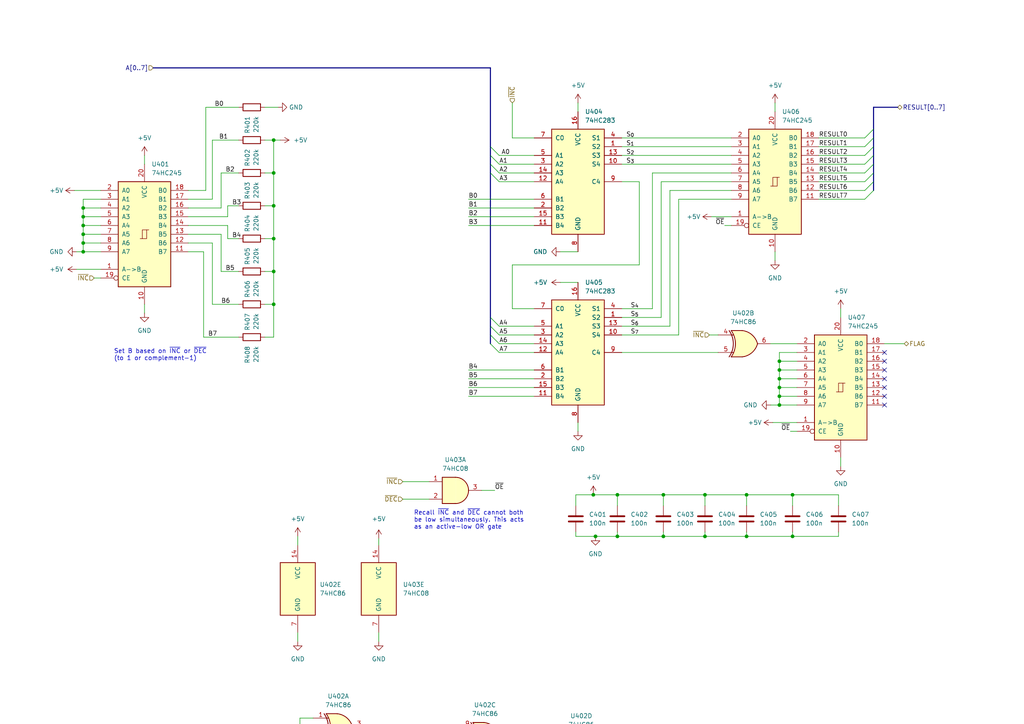
<source format=kicad_sch>
(kicad_sch (version 20211123) (generator eeschema)
  (paper "A4")
  (lib_symbols
    (symbol "+5V_1" (power) (pin_names (offset 0))
      (property "Value" "+5V_1" (at 0 3.556 0))
      (symbol "+5V_1_0_1"
        (polyline (pts (xy -0.762 1.27) (xy 0 2.54)))
        (polyline (pts (xy 0 0) (xy 0 2.54)))
        (polyline (pts (xy 0 2.54) (xy 0.762 1.27)))
      )
      (symbol "+5V_1_1_1"
        (pin power_in line (at 0 0 90) (length 0) hide (name "+5V") (number "1"))
      )
    )
    (symbol "+5V_2" (power) (pin_names (offset 0))
      (property "Value" "+5V_2" (at 0 3.556 0))
      (symbol "+5V_2_0_1"
        (polyline (pts (xy -0.762 1.27) (xy 0 2.54)))
        (polyline (pts (xy 0 0) (xy 0 2.54)))
        (polyline (pts (xy 0 2.54) (xy 0.762 1.27)))
      )
      (symbol "+5V_2_1_1"
        (pin power_in line (at 0 0 90) (length 0) hide (name "+5V") (number "1"))
      )
    )
    (symbol "+5V_3" (power) (pin_names (offset 0))
      (property "Value" "+5V_3" (at 0 3.556 0))
      (symbol "+5V_3_0_1"
        (polyline (pts (xy -0.762 1.27) (xy 0 2.54)))
        (polyline (pts (xy 0 0) (xy 0 2.54)))
        (polyline (pts (xy 0 2.54) (xy 0.762 1.27)))
      )
      (symbol "+5V_3_1_1"
        (pin power_in line (at 0 0 90) (length 0) hide (name "+5V") (number "1"))
      )
    )
    (symbol "74xx:74HC245" (pin_names (offset 1.016))
      (property "Reference" "U" (at -7.62 16.51 0))
      (property "Value" "74HC245" (at -7.62 -16.51 0))
      (symbol "74HC245_1_0"
        (polyline (pts (xy -0.635 -1.27) (xy -0.635 1.27) (xy 0.635 1.27)))
        (polyline (pts (xy -1.27 -1.27) (xy 0.635 -1.27) (xy 0.635 1.27) (xy 1.27 1.27)))
        (pin input line (at -12.7 -10.16 0) (length 5.08) (name "A->B") (number "1"))
        (pin power_in line (at 0 -20.32 90) (length 5.08) (name "GND") (number "10"))
        (pin tri_state line (at 12.7 -5.08 180) (length 5.08) (name "B7") (number "11"))
        (pin tri_state line (at 12.7 -2.54 180) (length 5.08) (name "B6") (number "12"))
        (pin tri_state line (at 12.7 0 180) (length 5.08) (name "B5") (number "13"))
        (pin tri_state line (at 12.7 2.54 180) (length 5.08) (name "B4") (number "14"))
        (pin tri_state line (at 12.7 5.08 180) (length 5.08) (name "B3") (number "15"))
        (pin tri_state line (at 12.7 7.62 180) (length 5.08) (name "B2") (number "16"))
        (pin tri_state line (at 12.7 10.16 180) (length 5.08) (name "B1") (number "17"))
        (pin tri_state line (at 12.7 12.7 180) (length 5.08) (name "B0") (number "18"))
        (pin input inverted (at -12.7 -12.7 0) (length 5.08) (name "CE") (number "19"))
        (pin tri_state line (at -12.7 12.7 0) (length 5.08) (name "A0") (number "2"))
        (pin power_in line (at 0 20.32 270) (length 5.08) (name "VCC") (number "20"))
        (pin tri_state line (at -12.7 10.16 0) (length 5.08) (name "A1") (number "3"))
        (pin tri_state line (at -12.7 7.62 0) (length 5.08) (name "A2") (number "4"))
        (pin tri_state line (at -12.7 5.08 0) (length 5.08) (name "A3") (number "5"))
        (pin tri_state line (at -12.7 2.54 0) (length 5.08) (name "A4") (number "6"))
        (pin tri_state line (at -12.7 0 0) (length 5.08) (name "A5") (number "7"))
        (pin tri_state line (at -12.7 -2.54 0) (length 5.08) (name "A6") (number "8"))
        (pin tri_state line (at -12.7 -5.08 0) (length 5.08) (name "A7") (number "9"))
      )
      (symbol "74HC245_1_1"
        (rectangle (start -7.62 15.24) (end 7.62 -15.24) (stroke (width 0.254)) (fill (type background)))
      )
    )
    (symbol "74xx:74HC86" (pin_names (offset 1.016))
      (property "Reference" "U" (at 0 1.27 0))
      (property "Value" "74HC86" (at 0 -1.27 0))
      (symbol "74HC86_1_0"
        (arc (start -4.4196 -3.81) (mid -3.2033 0) (end -4.4196 3.81) (stroke (width 0.254)))
        (arc (start -3.81 -3.81) (mid -2.589 0) (end -3.81 3.81) (stroke (width 0.254)))
        (arc (start -0.6096 -3.81) (mid 2.1842 -2.5851) (end 3.81 0) (stroke (width 0.254)) (fill (type background)))
        (polyline (pts (xy -3.81 -3.81) (xy -0.635 -3.81)) (stroke (width 0.254)) (fill (type background)))
        (polyline (pts (xy -3.81 3.81) (xy -0.635 3.81)) (stroke (width 0.254)) (fill (type background)))
        (polyline (pts (xy -0.635 3.81) (xy -3.81 3.81) (xy -3.81 3.81) (xy -3.556 3.4036) (xy -3.0226 2.2606) (xy -2.6924 1.0414) (xy -2.6162 -0.254) (xy -2.7686 -1.4986) (xy -3.175 -2.7178) (xy -3.81 -3.81) (xy -3.81 -3.81) (xy -0.635 -3.81)) (stroke (width -25.4)) (fill (type background)))
        (arc (start 3.81 0) (mid 2.1915 2.5936) (end -0.6096 3.81) (stroke (width 0.254)) (fill (type background)))
        (pin input line (at -7.62 2.54 0) (length 4.445) (name "~") (number "1"))
        (pin input line (at -7.62 -2.54 0) (length 4.445) (name "~") (number "2"))
        (pin output line (at 7.62 0 180) (length 3.81) (name "~") (number "3"))
      )
      (symbol "74HC86_1_1"
        (polyline (pts (xy -3.81 -2.54) (xy -3.175 -2.54)) (stroke (width 0.1524)))
        (polyline (pts (xy -3.81 2.54) (xy -3.175 2.54)) (stroke (width 0.1524)))
      )
      (symbol "74HC86_2_0"
        (arc (start -4.4196 -3.81) (mid -3.2033 0) (end -4.4196 3.81) (stroke (width 0.254)))
        (arc (start -3.81 -3.81) (mid -2.589 0) (end -3.81 3.81) (stroke (width 0.254)))
        (arc (start -0.6096 -3.81) (mid 2.1842 -2.5851) (end 3.81 0) (stroke (width 0.254)) (fill (type background)))
        (polyline (pts (xy -3.81 -3.81) (xy -0.635 -3.81)) (stroke (width 0.254)) (fill (type background)))
        (polyline (pts (xy -3.81 3.81) (xy -0.635 3.81)) (stroke (width 0.254)) (fill (type background)))
        (polyline (pts (xy -0.635 3.81) (xy -3.81 3.81) (xy -3.81 3.81) (xy -3.556 3.4036) (xy -3.0226 2.2606) (xy -2.6924 1.0414) (xy -2.6162 -0.254) (xy -2.7686 -1.4986) (xy -3.175 -2.7178) (xy -3.81 -3.81) (xy -3.81 -3.81) (xy -0.635 -3.81)) (stroke (width -25.4)) (fill (type background)))
        (arc (start 3.81 0) (mid 2.1915 2.5936) (end -0.6096 3.81) (stroke (width 0.254)) (fill (type background)))
        (pin input line (at -7.62 2.54 0) (length 4.445) (name "~") (number "4"))
        (pin input line (at -7.62 -2.54 0) (length 4.445) (name "~") (number "5"))
        (pin output line (at 7.62 0 180) (length 3.81) (name "~") (number "6"))
      )
      (symbol "74HC86_2_1"
        (polyline (pts (xy -3.81 -2.54) (xy -3.175 -2.54)) (stroke (width 0.1524)))
        (polyline (pts (xy -3.81 2.54) (xy -3.175 2.54)) (stroke (width 0.1524)))
      )
      (symbol "74HC86_3_0"
        (arc (start -4.4196 -3.81) (mid -3.2033 0) (end -4.4196 3.81) (stroke (width 0.254)))
        (arc (start -3.81 -3.81) (mid -2.589 0) (end -3.81 3.81) (stroke (width 0.254)))
        (arc (start -0.6096 -3.81) (mid 2.1842 -2.5851) (end 3.81 0) (stroke (width 0.254)) (fill (type background)))
        (polyline (pts (xy -3.81 -3.81) (xy -0.635 -3.81)) (stroke (width 0.254)) (fill (type background)))
        (polyline (pts (xy -3.81 3.81) (xy -0.635 3.81)) (stroke (width 0.254)) (fill (type background)))
        (polyline (pts (xy -0.635 3.81) (xy -3.81 3.81) (xy -3.81 3.81) (xy -3.556 3.4036) (xy -3.0226 2.2606) (xy -2.6924 1.0414) (xy -2.6162 -0.254) (xy -2.7686 -1.4986) (xy -3.175 -2.7178) (xy -3.81 -3.81) (xy -3.81 -3.81) (xy -0.635 -3.81)) (stroke (width -25.4)) (fill (type background)))
        (arc (start 3.81 0) (mid 2.1915 2.5936) (end -0.6096 3.81) (stroke (width 0.254)) (fill (type background)))
        (pin input line (at -7.62 -2.54 0) (length 4.445) (name "~") (number "10"))
        (pin output line (at 7.62 0 180) (length 3.81) (name "~") (number "8"))
        (pin input line (at -7.62 2.54 0) (length 4.445) (name "~") (number "9"))
      )
      (symbol "74HC86_3_1"
        (polyline (pts (xy -3.81 -2.54) (xy -3.175 -2.54)) (stroke (width 0.1524)))
        (polyline (pts (xy -3.81 2.54) (xy -3.175 2.54)) (stroke (width 0.1524)))
      )
      (symbol "74HC86_4_0"
        (arc (start -4.4196 -3.81) (mid -3.2033 0) (end -4.4196 3.81) (stroke (width 0.254)))
        (arc (start -3.81 -3.81) (mid -2.589 0) (end -3.81 3.81) (stroke (width 0.254)))
        (arc (start -0.6096 -3.81) (mid 2.1842 -2.5851) (end 3.81 0) (stroke (width 0.254)) (fill (type background)))
        (polyline (pts (xy -3.81 -3.81) (xy -0.635 -3.81)) (stroke (width 0.254)) (fill (type background)))
        (polyline (pts (xy -3.81 3.81) (xy -0.635 3.81)) (stroke (width 0.254)) (fill (type background)))
        (polyline (pts (xy -0.635 3.81) (xy -3.81 3.81) (xy -3.81 3.81) (xy -3.556 3.4036) (xy -3.0226 2.2606) (xy -2.6924 1.0414) (xy -2.6162 -0.254) (xy -2.7686 -1.4986) (xy -3.175 -2.7178) (xy -3.81 -3.81) (xy -3.81 -3.81) (xy -0.635 -3.81)) (stroke (width -25.4)) (fill (type background)))
        (arc (start 3.81 0) (mid 2.1915 2.5936) (end -0.6096 3.81) (stroke (width 0.254)) (fill (type background)))
        (pin output line (at 7.62 0 180) (length 3.81) (name "~") (number "11"))
        (pin input line (at -7.62 2.54 0) (length 4.445) (name "~") (number "12"))
        (pin input line (at -7.62 -2.54 0) (length 4.445) (name "~") (number "13"))
      )
      (symbol "74HC86_4_1"
        (polyline (pts (xy -3.81 -2.54) (xy -3.175 -2.54)) (stroke (width 0.1524)))
        (polyline (pts (xy -3.81 2.54) (xy -3.175 2.54)) (stroke (width 0.1524)))
      )
      (symbol "74HC86_5_0"
        (pin power_in line (at 0 12.7 270) (length 5.08) (name "VCC") (number "14"))
        (pin power_in line (at 0 -12.7 90) (length 5.08) (name "GND") (number "7"))
      )
      (symbol "74HC86_5_1"
        (rectangle (start -5.08 7.62) (end 5.08 -7.62) (stroke (width 0.254)) (fill (type background)))
      )
    )
    (symbol "74xx:74LS08" (pin_names (offset 1.016))
      (property "Reference" "U" (at 0 1.27 0))
      (property "Value" "74LS08" (at 0 -1.27 0))
      (symbol "74LS08_1_1"
        (arc (start 0 -3.81) (mid 3.81 0) (end 0 3.81) (stroke (width 0.254)) (fill (type background)))
        (polyline (pts (xy 0 3.81) (xy -3.81 3.81) (xy -3.81 -3.81) (xy 0 -3.81)) (stroke (width 0.254)) (fill (type background)))
        (pin input line (at -7.62 2.54 0) (length 3.81) (name "~") (number "1"))
        (pin input line (at -7.62 -2.54 0) (length 3.81) (name "~") (number "2"))
        (pin output line (at 7.62 0 180) (length 3.81) (name "~") (number "3"))
      )
      (symbol "74LS08_1_2"
        (arc (start -3.81 -3.81) (mid -2.589 0) (end -3.81 3.81) (stroke (width 0.254)))
        (arc (start -0.6096 -3.81) (mid 2.1842 -2.5851) (end 3.81 0) (stroke (width 0.254)) (fill (type background)))
        (polyline (pts (xy -3.81 -3.81) (xy -0.635 -3.81)) (stroke (width 0.254)) (fill (type background)))
        (polyline (pts (xy -3.81 3.81) (xy -0.635 3.81)) (stroke (width 0.254)) (fill (type background)))
        (polyline (pts (xy -0.635 3.81) (xy -3.81 3.81) (xy -3.81 3.81) (xy -3.556 3.4036) (xy -3.0226 2.2606) (xy -2.6924 1.0414) (xy -2.6162 -0.254) (xy -2.7686 -1.4986) (xy -3.175 -2.7178) (xy -3.81 -3.81) (xy -3.81 -3.81) (xy -0.635 -3.81)) (stroke (width -25.4)) (fill (type background)))
        (arc (start 3.81 0) (mid 2.1915 2.5936) (end -0.6096 3.81) (stroke (width 0.254)) (fill (type background)))
        (pin input inverted (at -7.62 2.54 0) (length 4.318) (name "~") (number "1"))
        (pin input inverted (at -7.62 -2.54 0) (length 4.318) (name "~") (number "2"))
        (pin output inverted (at 7.62 0 180) (length 3.81) (name "~") (number "3"))
      )
      (symbol "74LS08_2_1"
        (arc (start 0 -3.81) (mid 3.81 0) (end 0 3.81) (stroke (width 0.254)) (fill (type background)))
        (polyline (pts (xy 0 3.81) (xy -3.81 3.81) (xy -3.81 -3.81) (xy 0 -3.81)) (stroke (width 0.254)) (fill (type background)))
        (pin input line (at -7.62 2.54 0) (length 3.81) (name "~") (number "4"))
        (pin input line (at -7.62 -2.54 0) (length 3.81) (name "~") (number "5"))
        (pin output line (at 7.62 0 180) (length 3.81) (name "~") (number "6"))
      )
      (symbol "74LS08_2_2"
        (arc (start -3.81 -3.81) (mid -2.589 0) (end -3.81 3.81) (stroke (width 0.254)))
        (arc (start -0.6096 -3.81) (mid 2.1842 -2.5851) (end 3.81 0) (stroke (width 0.254)) (fill (type background)))
        (polyline (pts (xy -3.81 -3.81) (xy -0.635 -3.81)) (stroke (width 0.254)) (fill (type background)))
        (polyline (pts (xy -3.81 3.81) (xy -0.635 3.81)) (stroke (width 0.254)) (fill (type background)))
        (polyline (pts (xy -0.635 3.81) (xy -3.81 3.81) (xy -3.81 3.81) (xy -3.556 3.4036) (xy -3.0226 2.2606) (xy -2.6924 1.0414) (xy -2.6162 -0.254) (xy -2.7686 -1.4986) (xy -3.175 -2.7178) (xy -3.81 -3.81) (xy -3.81 -3.81) (xy -0.635 -3.81)) (stroke (width -25.4)) (fill (type background)))
        (arc (start 3.81 0) (mid 2.1915 2.5936) (end -0.6096 3.81) (stroke (width 0.254)) (fill (type background)))
        (pin input inverted (at -7.62 2.54 0) (length 4.318) (name "~") (number "4"))
        (pin input inverted (at -7.62 -2.54 0) (length 4.318) (name "~") (number "5"))
        (pin output inverted (at 7.62 0 180) (length 3.81) (name "~") (number "6"))
      )
      (symbol "74LS08_3_1"
        (arc (start 0 -3.81) (mid 3.81 0) (end 0 3.81) (stroke (width 0.254)) (fill (type background)))
        (polyline (pts (xy 0 3.81) (xy -3.81 3.81) (xy -3.81 -3.81) (xy 0 -3.81)) (stroke (width 0.254)) (fill (type background)))
        (pin input line (at -7.62 -2.54 0) (length 3.81) (name "~") (number "10"))
        (pin output line (at 7.62 0 180) (length 3.81) (name "~") (number "8"))
        (pin input line (at -7.62 2.54 0) (length 3.81) (name "~") (number "9"))
      )
      (symbol "74LS08_3_2"
        (arc (start -3.81 -3.81) (mid -2.589 0) (end -3.81 3.81) (stroke (width 0.254)))
        (arc (start -0.6096 -3.81) (mid 2.1842 -2.5851) (end 3.81 0) (stroke (width 0.254)) (fill (type background)))
        (polyline (pts (xy -3.81 -3.81) (xy -0.635 -3.81)) (stroke (width 0.254)) (fill (type background)))
        (polyline (pts (xy -3.81 3.81) (xy -0.635 3.81)) (stroke (width 0.254)) (fill (type background)))
        (polyline (pts (xy -0.635 3.81) (xy -3.81 3.81) (xy -3.81 3.81) (xy -3.556 3.4036) (xy -3.0226 2.2606) (xy -2.6924 1.0414) (xy -2.6162 -0.254) (xy -2.7686 -1.4986) (xy -3.175 -2.7178) (xy -3.81 -3.81) (xy -3.81 -3.81) (xy -0.635 -3.81)) (stroke (width -25.4)) (fill (type background)))
        (arc (start 3.81 0) (mid 2.1915 2.5936) (end -0.6096 3.81) (stroke (width 0.254)) (fill (type background)))
        (pin input inverted (at -7.62 -2.54 0) (length 4.318) (name "~") (number "10"))
        (pin output inverted (at 7.62 0 180) (length 3.81) (name "~") (number "8"))
        (pin input inverted (at -7.62 2.54 0) (length 4.318) (name "~") (number "9"))
      )
      (symbol "74LS08_4_1"
        (arc (start 0 -3.81) (mid 3.81 0) (end 0 3.81) (stroke (width 0.254)) (fill (type background)))
        (polyline (pts (xy 0 3.81) (xy -3.81 3.81) (xy -3.81 -3.81) (xy 0 -3.81)) (stroke (width 0.254)) (fill (type background)))
        (pin output line (at 7.62 0 180) (length 3.81) (name "~") (number "11"))
        (pin input line (at -7.62 2.54 0) (length 3.81) (name "~") (number "12"))
        (pin input line (at -7.62 -2.54 0) (length 3.81) (name "~") (number "13"))
      )
      (symbol "74LS08_4_2"
        (arc (start -3.81 -3.81) (mid -2.589 0) (end -3.81 3.81) (stroke (width 0.254)))
        (arc (start -0.6096 -3.81) (mid 2.1842 -2.5851) (end 3.81 0) (stroke (width 0.254)) (fill (type background)))
        (polyline (pts (xy -3.81 -3.81) (xy -0.635 -3.81)) (stroke (width 0.254)) (fill (type background)))
        (polyline (pts (xy -3.81 3.81) (xy -0.635 3.81)) (stroke (width 0.254)) (fill (type background)))
        (polyline (pts (xy -0.635 3.81) (xy -3.81 3.81) (xy -3.81 3.81) (xy -3.556 3.4036) (xy -3.0226 2.2606) (xy -2.6924 1.0414) (xy -2.6162 -0.254) (xy -2.7686 -1.4986) (xy -3.175 -2.7178) (xy -3.81 -3.81) (xy -3.81 -3.81) (xy -0.635 -3.81)) (stroke (width -25.4)) (fill (type background)))
        (arc (start 3.81 0) (mid 2.1915 2.5936) (end -0.6096 3.81) (stroke (width 0.254)) (fill (type background)))
        (pin output inverted (at 7.62 0 180) (length 3.81) (name "~") (number "11"))
        (pin input inverted (at -7.62 2.54 0) (length 4.318) (name "~") (number "12"))
        (pin input inverted (at -7.62 -2.54 0) (length 4.318) (name "~") (number "13"))
      )
      (symbol "74LS08_5_0"
        (pin power_in line (at 0 12.7 270) (length 5.08) (name "VCC") (number "14"))
        (pin power_in line (at 0 -12.7 90) (length 5.08) (name "GND") (number "7"))
      )
      (symbol "74LS08_5_1"
        (rectangle (start -5.08 7.62) (end 5.08 -7.62) (stroke (width 0.254)) (fill (type background)))
      )
    )
    (symbol "74xx:74LS283" (pin_names (offset 1.016))
      (property "Reference" "U" (at -7.62 16.51 0))
      (property "Value" "74LS283" (at -7.62 -16.51 0))
      (symbol "74LS283_1_0"
        (pin output line (at 12.7 10.16 180) (length 5.08) (name "S2") (number "1"))
        (pin output line (at 12.7 5.08 180) (length 5.08) (name "S4") (number "10"))
        (pin input line (at -12.7 -12.7 0) (length 5.08) (name "B4") (number "11"))
        (pin input line (at -12.7 0 0) (length 5.08) (name "A4") (number "12"))
        (pin output line (at 12.7 7.62 180) (length 5.08) (name "S3") (number "13"))
        (pin input line (at -12.7 2.54 0) (length 5.08) (name "A3") (number "14"))
        (pin input line (at -12.7 -10.16 0) (length 5.08) (name "B3") (number "15"))
        (pin power_in line (at 0 20.32 270) (length 5.08) (name "VCC") (number "16"))
        (pin input line (at -12.7 -7.62 0) (length 5.08) (name "B2") (number "2"))
        (pin input line (at -12.7 5.08 0) (length 5.08) (name "A2") (number "3"))
        (pin output line (at 12.7 12.7 180) (length 5.08) (name "S1") (number "4"))
        (pin input line (at -12.7 7.62 0) (length 5.08) (name "A1") (number "5"))
        (pin input line (at -12.7 -5.08 0) (length 5.08) (name "B1") (number "6"))
        (pin input line (at -12.7 12.7 0) (length 5.08) (name "C0") (number "7"))
        (pin power_in line (at 0 -20.32 90) (length 5.08) (name "GND") (number "8"))
        (pin output line (at 12.7 0 180) (length 5.08) (name "C4") (number "9"))
      )
      (symbol "74LS283_1_1"
        (rectangle (start -7.62 15.24) (end 7.62 -15.24) (stroke (width 0.254)) (fill (type background)))
      )
    )
    (symbol "Device:C" (pin_numbers hide) (pin_names (offset 0.254))
      (property "Reference" "C" (at 0.635 2.54 0))
      (property "Value" "C" (at 0.635 -2.54 0))
      (symbol "C_0_1"
        (polyline (pts (xy -2.032 -0.762) (xy 2.032 -0.762)) (stroke (width 0.508)))
        (polyline (pts (xy -2.032 0.762) (xy 2.032 0.762)) (stroke (width 0.508)))
      )
      (symbol "C_1_1"
        (pin passive line (at 0 3.81 270) (length 2.794) (name "~") (number "1"))
        (pin passive line (at 0 -3.81 90) (length 2.794) (name "~") (number "2"))
      )
    )
    (symbol "Device:R" (pin_numbers hide) (pin_names (offset 0))
      (property "Reference" "R" (at 2.032 0 90))
      (property "Value" "R" (at 0 0 90))
      (symbol "R_0_1"
        (rectangle (start -1.016 -2.54) (end 1.016 2.54) (stroke (width 0.254)))
      )
      (symbol "R_1_1"
        (pin passive line (at 0 3.81 270) (length 1.27) (name "~") (number "1"))
        (pin passive line (at 0 -3.81 90) (length 1.27) (name "~") (number "2"))
      )
    )
    (symbol "GND_1" (power) (pin_names (offset 0))
      (property "Value" "GND_1" (at 0 -3.81 0))
      (symbol "GND_1_0_1"
        (polyline (pts (xy 0 0) (xy 0 -1.27) (xy 1.27 -1.27) (xy 0 -2.54) (xy -1.27 -1.27) (xy 0 -1.27)))
      )
      (symbol "GND_1_1_1"
        (pin power_in line (at 0 0 270) (length 0) hide (name "GND") (number "1"))
      )
    )
    (symbol "GND_2" (power) (pin_names (offset 0))
      (property "Value" "GND_2" (at 0 -3.81 0))
      (symbol "GND_2_0_1"
        (polyline (pts (xy 0 0) (xy 0 -1.27) (xy 1.27 -1.27) (xy 0 -2.54) (xy -1.27 -1.27) (xy 0 -1.27)))
      )
      (symbol "GND_2_1_1"
        (pin power_in line (at 0 0 270) (length 0) hide (name "GND") (number "1"))
      )
    )
    (symbol "GND_3" (power) (pin_names (offset 0))
      (property "Value" "GND_3" (at 0 -3.81 0))
      (symbol "GND_3_0_1"
        (polyline (pts (xy 0 0) (xy 0 -1.27) (xy 1.27 -1.27) (xy 0 -2.54) (xy -1.27 -1.27) (xy 0 -1.27)))
      )
      (symbol "GND_3_1_1"
        (pin power_in line (at 0 0 270) (length 0) hide (name "GND") (number "1"))
      )
    )
    (symbol "power:+5V" (power) (pin_names (offset 0))
      (property "Value" "+5V" (at 0 3.556 0))
      (symbol "+5V_0_1"
        (polyline (pts (xy -0.762 1.27) (xy 0 2.54)))
        (polyline (pts (xy 0 0) (xy 0 2.54)))
        (polyline (pts (xy 0 2.54) (xy 0.762 1.27)))
      )
      (symbol "+5V_1_1"
        (pin power_in line (at 0 0 90) (length 0) hide (name "+5V") (number "1"))
      )
    )
    (symbol "power:GND" (power) (pin_names (offset 0))
      (property "Value" "GND" (at 0 -3.81 0))
      (symbol "GND_0_1"
        (polyline (pts (xy 0 0) (xy 0 -1.27) (xy 1.27 -1.27) (xy 0 -2.54) (xy -1.27 -1.27) (xy 0 -1.27)))
      )
      (symbol "GND_1_1"
        (pin power_in line (at 0 0 270) (length 0) hide (name "GND") (number "1"))
      )
    )
  )
  (junction (at 229.87 155.575))
  (junction (at 88.265 260.985))
  (junction (at 88.265 258.445))
  (junction (at 79.375 78.74))
  (junction (at 204.47 155.575))
  (junction (at 226.06 117.475))
  (junction (at 157.48 219.075))
  (junction (at 226.06 112.395))
  (junction (at 216.535 143.51))
  (junction (at 204.47 143.51))
  (junction (at 216.535 155.575))
  (junction (at 24.13 70.485))
  (junction (at 79.375 40.64))
  (junction (at 24.13 73.025))
  (junction (at 24.13 65.405))
  (junction (at 88.265 247.65))
  (junction (at 179.07 155.575))
  (junction (at 129.54 215.9))
  (junction (at 79.375 59.69))
  (junction (at 79.375 50.165))
  (junction (at 226.06 107.315))
  (junction (at 88.265 263.525))
  (junction (at 179.07 143.51))
  (junction (at 24.13 60.325))
  (junction (at 226.06 114.935))
  (junction (at 226.06 104.775))
  (junction (at 86.995 213.36))
  (junction (at 24.13 62.865))
  (junction (at 172.085 143.51))
  (junction (at 192.405 143.51))
  (junction (at 79.375 88.265))
  (junction (at 88.265 275.59))
  (junction (at 229.87 143.51))
  (junction (at 226.06 109.855))
  (junction (at 79.375 69.215))
  (junction (at 172.72 155.575))
  (junction (at 192.405 155.575))
  (junction (at 24.13 67.945))
  (no_connect (at 256.54 107.315))
  (no_connect (at 256.54 102.235))
  (no_connect (at 107.95 278.13))
  (no_connect (at 256.54 109.855))
  (no_connect (at 107.315 245.11))
  (no_connect (at 107.95 260.985))
  (no_connect (at 256.54 104.775))
  (no_connect (at 148.59 213.36))
  (no_connect (at 256.54 117.475))
  (no_connect (at 106.045 210.82))
  (no_connect (at 176.53 216.535))
  (no_connect (at 256.54 112.395))
  (no_connect (at 256.54 114.935))
  (bus_entry (at 253.365 47.625) (size -2.54 2.54))
  (bus_entry (at 142.24 47.625) (size 2.54 2.54))
  (bus_entry (at 253.365 52.705) (size -2.54 2.54))
  (bus_entry (at 142.24 97.155) (size 2.54 2.54))
  (bus_entry (at 142.24 42.545) (size 2.54 2.54))
  (bus_entry (at 253.365 50.165) (size -2.54 2.54))
  (bus_entry (at 253.365 37.465) (size -2.54 2.54))
  (bus_entry (at 142.24 94.615) (size 2.54 2.54))
  (bus_entry (at 253.365 42.545) (size -2.54 2.54))
  (bus_entry (at 142.24 50.165) (size 2.54 2.54))
  (bus_entry (at 253.365 55.245) (size -2.54 2.54))
  (bus_entry (at 142.24 92.075) (size 2.54 2.54))
  (bus_entry (at 253.365 45.085) (size -2.54 2.54))
  (bus_entry (at 142.24 99.695) (size 2.54 2.54))
  (bus_entry (at 253.365 40.005) (size -2.54 2.54))
  (bus_entry (at 142.24 45.085) (size 2.54 2.54))
  (wire (pts (xy 223.52 117.475) (xy 226.06 117.475)))
  (wire (pts (xy 229.87 143.51) (xy 229.87 146.685)))
  (wire (pts (xy 180.34 47.625) (xy 212.09 47.625)))
  (bus (pts (xy 142.24 19.685) (xy 142.24 42.545)))
  (wire (pts (xy 180.34 92.075) (xy 191.77 92.075)))
  (wire (pts (xy 154.94 40.005) (xy 148.59 40.005)))
  (wire (pts (xy 61.595 57.785) (xy 61.595 40.64)))
  (wire (pts (xy 216.535 154.305) (xy 216.535 155.575)))
  (wire (pts (xy 22.225 73.025) (xy 24.13 73.025)))
  (wire (pts (xy 162.56 81.915) (xy 167.64 81.915)))
  (wire (pts (xy 162.56 73.025) (xy 167.64 73.025)))
  (wire (pts (xy 76.835 88.265) (xy 79.375 88.265)))
  (wire (pts (xy 76.835 50.165) (xy 79.375 50.165)))
  (wire (pts (xy 229.87 155.575) (xy 229.87 154.305)))
  (wire (pts (xy 180.34 42.545) (xy 212.09 42.545)))
  (wire (pts (xy 135.89 114.935) (xy 154.94 114.935)))
  (wire (pts (xy 216.535 155.575) (xy 229.87 155.575)))
  (bus (pts (xy 142.24 50.165) (xy 142.24 92.075)))
  (wire (pts (xy 229.87 143.51) (xy 243.205 143.51)))
  (wire (pts (xy 192.405 155.575) (xy 204.47 155.575)))
  (wire (pts (xy 189.23 50.165) (xy 212.09 50.165)))
  (wire (pts (xy 167.005 146.685) (xy 167.005 143.51)))
  (wire (pts (xy 86.995 216.535) (xy 86.995 213.36)))
  (wire (pts (xy 24.13 65.405) (xy 24.13 67.945)))
  (wire (pts (xy 237.49 50.165) (xy 250.825 50.165)))
  (wire (pts (xy 76.835 78.74) (xy 79.375 78.74)))
  (wire (pts (xy 79.375 40.64) (xy 81.28 40.64)))
  (wire (pts (xy 191.77 52.705) (xy 212.09 52.705)))
  (bus (pts (xy 253.365 37.465) (xy 253.365 40.005)))
  (wire (pts (xy 59.055 97.79) (xy 69.215 97.79)))
  (wire (pts (xy 172.72 155.575) (xy 179.07 155.575)))
  (wire (pts (xy 64.135 67.945) (xy 64.135 78.74)))
  (wire (pts (xy 148.59 40.005) (xy 148.59 29.845)))
  (wire (pts (xy 231.14 102.235) (xy 226.06 102.235)))
  (bus (pts (xy 142.24 92.075) (xy 142.24 94.615)))
  (wire (pts (xy 144.78 47.625) (xy 154.94 47.625)))
  (wire (pts (xy 135.89 60.325) (xy 154.94 60.325)))
  (wire (pts (xy 237.49 42.545) (xy 250.825 42.545)))
  (wire (pts (xy 88.265 263.525) (xy 88.265 260.985)))
  (wire (pts (xy 167.64 29.845) (xy 167.64 32.385)))
  (wire (pts (xy 144.78 102.235) (xy 154.94 102.235)))
  (wire (pts (xy 179.07 154.305) (xy 179.07 155.575)))
  (wire (pts (xy 204.47 143.51) (xy 216.535 143.51)))
  (wire (pts (xy 21.59 55.245) (xy 29.21 55.245)))
  (wire (pts (xy 216.535 143.51) (xy 229.87 143.51)))
  (wire (pts (xy 86.36 260.985) (xy 88.265 260.985)))
  (wire (pts (xy 167.005 143.51) (xy 172.085 143.51)))
  (wire (pts (xy 88.265 258.445) (xy 88.265 247.65)))
  (wire (pts (xy 88.265 263.525) (xy 92.71 263.525)))
  (bus (pts (xy 142.24 94.615) (xy 142.24 97.155)))
  (bus (pts (xy 142.24 97.155) (xy 142.24 99.695)))
  (wire (pts (xy 116.84 139.7) (xy 124.46 139.7)))
  (wire (pts (xy 237.49 57.785) (xy 250.825 57.785)))
  (wire (pts (xy 88.265 242.57) (xy 92.075 242.57)))
  (wire (pts (xy 256.54 99.695) (xy 262.255 99.695)))
  (wire (pts (xy 192.405 143.51) (xy 192.405 146.685)))
  (wire (pts (xy 237.49 40.005) (xy 250.825 40.005)))
  (wire (pts (xy 144.78 50.165) (xy 154.94 50.165)))
  (wire (pts (xy 226.06 114.935) (xy 226.06 117.475)))
  (wire (pts (xy 224.155 122.555) (xy 231.14 122.555)))
  (wire (pts (xy 204.47 155.575) (xy 216.535 155.575)))
  (wire (pts (xy 54.61 65.405) (xy 66.04 65.405)))
  (wire (pts (xy 237.49 47.625) (xy 250.825 47.625)))
  (wire (pts (xy 79.375 40.64) (xy 79.375 50.165)))
  (wire (pts (xy 79.375 69.215) (xy 79.375 78.74)))
  (wire (pts (xy 192.405 143.51) (xy 204.47 143.51)))
  (wire (pts (xy 224.79 29.845) (xy 224.79 32.385)))
  (wire (pts (xy 194.31 94.615) (xy 194.31 55.245)))
  (wire (pts (xy 204.47 154.305) (xy 204.47 155.575)))
  (bus (pts (xy 44.45 19.685) (xy 142.24 19.685)))
  (wire (pts (xy 216.535 143.51) (xy 216.535 146.685)))
  (wire (pts (xy 86.995 208.28) (xy 90.805 208.28)))
  (wire (pts (xy 79.375 59.69) (xy 79.375 69.215)))
  (wire (pts (xy 61.595 40.64) (xy 69.215 40.64)))
  (wire (pts (xy 61.595 70.485) (xy 61.595 88.265)))
  (wire (pts (xy 59.69 31.115) (xy 69.215 31.115)))
  (wire (pts (xy 66.04 65.405) (xy 66.04 69.215)))
  (wire (pts (xy 79.375 78.74) (xy 79.375 88.265)))
  (wire (pts (xy 185.42 52.705) (xy 185.42 76.835)))
  (wire (pts (xy 226.06 104.775) (xy 231.14 104.775)))
  (wire (pts (xy 237.49 52.705) (xy 250.825 52.705)))
  (wire (pts (xy 129.54 215.9) (xy 129.54 210.82)))
  (wire (pts (xy 157.48 219.075) (xy 161.29 219.075)))
  (wire (pts (xy 86.36 183.515) (xy 86.36 186.055)))
  (wire (pts (xy 185.42 76.835) (xy 148.59 76.835)))
  (wire (pts (xy 24.13 73.025) (xy 29.21 73.025)))
  (wire (pts (xy 66.04 59.69) (xy 69.215 59.69)))
  (wire (pts (xy 79.375 88.265) (xy 79.375 97.79)))
  (wire (pts (xy 226.06 107.315) (xy 231.14 107.315)))
  (wire (pts (xy 226.06 109.855) (xy 231.14 109.855)))
  (bus (pts (xy 253.365 50.165) (xy 253.365 52.705)))
  (wire (pts (xy 116.84 144.78) (xy 124.46 144.78)))
  (bus (pts (xy 253.365 45.085) (xy 253.365 47.625)))
  (wire (pts (xy 223.52 99.695) (xy 231.14 99.695)))
  (wire (pts (xy 226.06 114.935) (xy 231.14 114.935)))
  (wire (pts (xy 157.48 222.25) (xy 157.48 219.075)))
  (wire (pts (xy 76.835 40.64) (xy 79.375 40.64)))
  (wire (pts (xy 41.91 45.085) (xy 41.91 47.625)))
  (wire (pts (xy 180.34 97.155) (xy 196.85 97.155)))
  (wire (pts (xy 86.36 155.575) (xy 86.36 158.115)))
  (wire (pts (xy 157.48 213.995) (xy 161.29 213.995)))
  (wire (pts (xy 59.055 73.025) (xy 59.055 97.79)))
  (wire (pts (xy 229.235 125.095) (xy 231.14 125.095)))
  (wire (pts (xy 88.265 280.67) (xy 88.265 275.59)))
  (wire (pts (xy 64.135 78.74) (xy 69.215 78.74)))
  (wire (pts (xy 135.89 57.785) (xy 154.94 57.785)))
  (wire (pts (xy 167.64 122.555) (xy 167.64 125.095)))
  (wire (pts (xy 109.855 156.21) (xy 109.855 158.115)))
  (bus (pts (xy 142.24 45.085) (xy 142.24 47.625)))
  (wire (pts (xy 210.185 65.405) (xy 212.09 65.405)))
  (wire (pts (xy 27.305 80.645) (xy 29.21 80.645)))
  (wire (pts (xy 243.84 89.535) (xy 243.84 92.075)))
  (wire (pts (xy 66.04 69.215) (xy 69.215 69.215)))
  (wire (pts (xy 226.06 112.395) (xy 226.06 114.935)))
  (wire (pts (xy 76.835 59.69) (xy 79.375 59.69)))
  (wire (pts (xy 61.595 88.265) (xy 69.215 88.265)))
  (wire (pts (xy 196.85 97.155) (xy 196.85 57.785)))
  (wire (pts (xy 205.74 97.155) (xy 208.28 97.155)))
  (wire (pts (xy 109.855 183.515) (xy 109.855 186.055)))
  (wire (pts (xy 179.07 143.51) (xy 192.405 143.51)))
  (wire (pts (xy 206.375 62.865) (xy 212.09 62.865)))
  (wire (pts (xy 86.995 213.36) (xy 90.805 213.36)))
  (wire (pts (xy 180.34 89.535) (xy 189.23 89.535)))
  (bus (pts (xy 142.24 42.545) (xy 142.24 45.085)))
  (wire (pts (xy 191.77 92.075) (xy 191.77 52.705)))
  (wire (pts (xy 226.06 117.475) (xy 231.14 117.475)))
  (wire (pts (xy 189.23 89.535) (xy 189.23 50.165)))
  (bus (pts (xy 253.365 52.705) (xy 253.365 55.245)))
  (wire (pts (xy 24.13 65.405) (xy 29.21 65.405)))
  (wire (pts (xy 243.84 132.715) (xy 243.84 135.255)))
  (wire (pts (xy 24.13 57.785) (xy 24.13 60.325)))
  (wire (pts (xy 79.375 97.79) (xy 76.835 97.79)))
  (wire (pts (xy 237.49 45.085) (xy 250.825 45.085)))
  (wire (pts (xy 88.265 275.59) (xy 88.265 263.525)))
  (wire (pts (xy 172.085 143.51) (xy 179.07 143.51)))
  (bus (pts (xy 253.365 47.625) (xy 253.365 50.165)))
  (wire (pts (xy 129.54 215.9) (xy 133.35 215.9)))
  (wire (pts (xy 144.78 99.695) (xy 154.94 99.695)))
  (wire (pts (xy 157.48 219.075) (xy 157.48 213.995)))
  (wire (pts (xy 226.06 104.775) (xy 226.06 107.315)))
  (wire (pts (xy 24.13 62.865) (xy 24.13 65.405)))
  (wire (pts (xy 76.835 69.215) (xy 79.375 69.215)))
  (wire (pts (xy 79.375 50.165) (xy 79.375 59.69)))
  (wire (pts (xy 129.54 219.075) (xy 129.54 215.9)))
  (wire (pts (xy 54.61 70.485) (xy 61.595 70.485)))
  (wire (pts (xy 135.89 109.855) (xy 154.94 109.855)))
  (wire (pts (xy 192.405 155.575) (xy 192.405 154.305)))
  (wire (pts (xy 243.205 143.51) (xy 243.205 146.685)))
  (wire (pts (xy 54.61 73.025) (xy 59.055 73.025)))
  (wire (pts (xy 86.995 213.36) (xy 86.995 208.28)))
  (wire (pts (xy 135.89 62.865) (xy 154.94 62.865)))
  (bus (pts (xy 253.365 31.115) (xy 253.365 37.465)))
  (wire (pts (xy 59.69 55.245) (xy 59.69 31.115)))
  (wire (pts (xy 148.59 89.535) (xy 154.94 89.535)))
  (wire (pts (xy 237.49 55.245) (xy 250.825 55.245)))
  (wire (pts (xy 29.21 57.785) (xy 24.13 57.785)))
  (wire (pts (xy 54.61 60.325) (xy 64.135 60.325)))
  (wire (pts (xy 64.135 60.325) (xy 64.135 50.165)))
  (wire (pts (xy 88.265 275.59) (xy 92.71 275.59)))
  (wire (pts (xy 54.61 62.865) (xy 66.04 62.865)))
  (wire (pts (xy 204.47 143.51) (xy 204.47 146.685)))
  (wire (pts (xy 135.89 107.315) (xy 154.94 107.315)))
  (wire (pts (xy 167.005 155.575) (xy 172.72 155.575)))
  (wire (pts (xy 24.13 70.485) (xy 24.13 73.025)))
  (wire (pts (xy 194.31 55.245) (xy 212.09 55.245)))
  (wire (pts (xy 88.265 258.445) (xy 92.71 258.445)))
  (wire (pts (xy 88.265 260.985) (xy 88.265 258.445)))
  (wire (pts (xy 224.79 73.025) (xy 224.79 75.565)))
  (wire (pts (xy 180.34 94.615) (xy 194.31 94.615)))
  (wire (pts (xy 180.34 40.005) (xy 212.09 40.005)))
  (wire (pts (xy 88.265 247.65) (xy 88.265 242.57)))
  (wire (pts (xy 196.85 57.785) (xy 212.09 57.785)))
  (wire (pts (xy 144.78 45.085) (xy 154.94 45.085)))
  (wire (pts (xy 24.13 67.945) (xy 24.13 70.485)))
  (wire (pts (xy 243.205 154.305) (xy 243.205 155.575)))
  (wire (pts (xy 139.7 142.24) (xy 143.51 142.24)))
  (wire (pts (xy 54.61 67.945) (xy 64.135 67.945)))
  (wire (pts (xy 180.34 102.235) (xy 208.28 102.235)))
  (wire (pts (xy 180.34 45.085) (xy 212.09 45.085)))
  (wire (pts (xy 64.135 50.165) (xy 69.215 50.165)))
  (wire (pts (xy 22.225 78.105) (xy 29.21 78.105)))
  (wire (pts (xy 144.78 94.615) (xy 154.94 94.615)))
  (bus (pts (xy 260.35 31.115) (xy 253.365 31.115)))
  (wire (pts (xy 54.61 57.785) (xy 61.595 57.785)))
  (bus (pts (xy 253.365 40.005) (xy 253.365 42.545)))
  (wire (pts (xy 129.54 210.82) (xy 133.35 210.82)))
  (wire (pts (xy 226.06 102.235) (xy 226.06 104.775)))
  (wire (pts (xy 180.34 52.705) (xy 185.42 52.705)))
  (wire (pts (xy 41.91 88.265) (xy 41.91 90.805)))
  (bus (pts (xy 142.24 47.625) (xy 142.24 50.165)))
  (wire (pts (xy 148.59 76.835) (xy 148.59 89.535)))
  (wire (pts (xy 24.13 67.945) (xy 29.21 67.945)))
  (wire (pts (xy 144.78 97.155) (xy 154.94 97.155)))
  (bus (pts (xy 253.365 42.545) (xy 253.365 45.085)))
  (wire (pts (xy 24.13 70.485) (xy 29.21 70.485)))
  (wire (pts (xy 24.13 60.325) (xy 29.21 60.325)))
  (wire (pts (xy 92.71 280.67) (xy 88.265 280.67)))
  (wire (pts (xy 144.78 52.705) (xy 154.94 52.705)))
  (wire (pts (xy 54.61 55.245) (xy 59.69 55.245)))
  (wire (pts (xy 24.13 60.325) (xy 24.13 62.865)))
  (wire (pts (xy 179.07 155.575) (xy 192.405 155.575)))
  (wire (pts (xy 179.07 143.51) (xy 179.07 146.685)))
  (wire (pts (xy 76.835 31.115) (xy 80.645 31.115)))
  (wire (pts (xy 66.04 62.865) (xy 66.04 59.69)))
  (wire (pts (xy 135.89 65.405) (xy 154.94 65.405)))
  (wire (pts (xy 226.06 107.315) (xy 226.06 109.855)))
  (wire (pts (xy 229.87 155.575) (xy 243.205 155.575)))
  (wire (pts (xy 226.06 109.855) (xy 226.06 112.395)))
  (wire (pts (xy 226.06 112.395) (xy 231.14 112.395)))
  (wire (pts (xy 135.89 112.395) (xy 154.94 112.395)))
  (wire (pts (xy 167.005 154.305) (xy 167.005 155.575)))
  (wire (pts (xy 24.13 62.865) (xy 29.21 62.865)))
  (wire (pts (xy 88.265 247.65) (xy 92.075 247.65)))
  (text "Set B based on ~{INC} or ~{DEC}\n(to 1 or complement-1)" (at 33.02 104.775 0) (effects (font (size 1.27 1.27)) (justify left bottom)))
  (text "Recall ~{INC} and ~{DEC} cannot both\nbe low simultaneously. This acts\nas an active-low OR gate" (at 120.015 153.67 0) (effects (font (size 1.27 1.27)) (justify left bottom)))
  (label "~{OE}" (at 229.235 125.095 180))
  (label "S_{4}" (at 182.88 89.535 0))
  (label "B4" (at 67.31 69.215 0))
  (label "B7" (at 135.89 114.935 0))
  (label "S_{2}" (at 181.61 45.085 0))
  (label "S_{0}" (at 181.61 40.005 0))
  (label "S_{1}" (at 181.61 42.545 0))
  (label "RESULT5" (at 237.49 52.705 0))
  (label "~{OE}" (at 143.51 142.24 0))
  (label "B5" (at 135.89 109.855 0))
  (label "RESULT6" (at 237.49 55.245 0))
  (label "S_{3}" (at 181.61 47.625 0))
  (label "A6" (at 144.78 99.695 0))
  (label "B1" (at 63.5 40.64 0))
  (label "B3" (at 135.89 65.405 0))
  (label "A0" (at 145.415 45.085 0))
  (label "S_{7}" (at 182.88 97.155 0))
  (label "RESULT1" (at 237.49 42.545 0))
  (label "B4" (at 135.89 107.315 0))
  (label "S_{5}" (at 182.88 92.075 0))
  (label "RESULT7" (at 237.49 57.785 0))
  (label "B2" (at 65.405 50.165 0))
  (label "B6" (at 64.135 88.265 0))
  (label "RESULT2" (at 237.49 45.085 0))
  (label "~{OE}" (at 210.185 65.405 180))
  (label "B0" (at 135.89 57.785 0))
  (label "B1" (at 135.89 60.325 0))
  (label "RESULT3" (at 237.49 47.625 0))
  (label "B3" (at 67.31 59.69 0))
  (label "A1" (at 144.78 47.625 0))
  (label "B6" (at 135.89 112.395 0))
  (label "A4" (at 144.78 94.615 0))
  (label "A5" (at 144.78 97.155 0))
  (label "B2" (at 135.89 62.865 0))
  (label "B5" (at 65.405 78.74 0))
  (label "B7" (at 60.325 97.79 0))
  (label "RESULT4" (at 237.49 50.165 0))
  (label "A2" (at 144.78 50.165 0))
  (label "A3" (at 144.78 52.705 0))
  (label "S_{6}" (at 182.88 94.615 0))
  (label "B0" (at 62.23 31.115 0))
  (label "A7" (at 144.78 102.235 0))
  (label "RESULT0" (at 237.49 40.005 0))
  (hierarchical_label "~{DEC}" (shape input) (at 116.84 144.78 180))
  (hierarchical_label "FLAG" (shape tri_state) (at 262.255 99.695 0))
  (hierarchical_label "~{INC}" (shape input) (at 205.74 97.155 180))
  (hierarchical_label "~{INC}" (shape input) (at 148.59 29.845 90))
  (hierarchical_label "A[0..7]" (shape input) (at 44.45 19.685 180))
  (hierarchical_label "~{INC}" (shape input) (at 116.84 139.7 180))
  (hierarchical_label "~{INC}" (shape input) (at 27.305 80.645 180))
  (hierarchical_label "RESULT[0..7]" (shape tri_state) (at 260.35 31.115 0))
  (symbol (lib_name "GND_1") (lib_id "power:GND") (at 22.225 73.025 270) (unit 1)
    (property "Reference" "#PWR0402" (effects hide))
    (property "Value" "GND" (at 18.415 73.0249 90) (effects (justify right)))
  )
  (symbol (lib_id "power:GND") (at 224.79 75.565 0) (unit 1)
    (property "Reference" "#PWR0426" (effects hide))
    (property "Value" "GND" (at 224.79 80.645 0))
  )
  (symbol (lib_id "Device:C") (at 179.07 150.495 0) (unit 1)
    (property "Reference" "C402" (at 182.88 149.2249 0) (effects (justify left)))
    (property "Value" "100n" (at 182.88 151.7649 0) (effects (justify left)))
    (property "Footprint" "Capacitor_SMD:C_0603_1608Metric" (effects hide))
    (property "Datasheet" "https://datasheet.lcsc.com/lcsc/1809301912_YAGEO-CC0603KRX7R9BB104_C14663.pdf" (effects hide))
    (property "LCSC" "C14663" (effects hide))
  )
  (symbol (lib_id "power:GND") (at 157.48 222.25 0) (unit 1)
    (property "Reference" "#PWR0415" (effects hide))
    (property "Value" "GND" (at 157.48 227.33 0))
  )
  (symbol (lib_id "Device:R") (at 73.025 59.69 270) (mirror x) (unit 1)
    (property "Reference" "R404" (at 71.7549 62.23 0) (effects (justify right)))
    (property "Value" "220k" (at 74.2949 62.23 0) (effects (justify right)))
    (property "Footprint" "Resistor_SMD:R_0603_1608Metric" (effects hide))
    (property "Datasheet" "https://datasheet.lcsc.com/lcsc/2206010130_UNI-ROYAL-Uniroyal-Elec-0603WAF2203T5E_C22961.pdf" (effects hide))
    (property "LCSC" "C22961" (effects hide))
  )
  (symbol (lib_name "+5V_3") (lib_id "power:+5V") (at 81.28 40.64 270) (unit 1)
    (property "Reference" "#PWR0407" (effects hide))
    (property "Value" "+5V" (at 85.09 40.6399 90) (effects (justify left)))
  )
  (symbol (lib_id "Device:R") (at 73.025 31.115 270) (mirror x) (unit 1)
    (property "Reference" "R401" (at 71.7549 33.655 0) (effects (justify right)))
    (property "Value" "220k" (at 74.2949 33.655 0) (effects (justify right)))
    (property "Footprint" "Resistor_SMD:R_0603_1608Metric" (effects hide))
    (property "Datasheet" "https://datasheet.lcsc.com/lcsc/2206010130_UNI-ROYAL-Uniroyal-Elec-0603WAF2203T5E_C22961.pdf" (effects hide))
    (property "LCSC" "C22961" (effects hide))
  )
  (symbol (lib_id "power:+5V") (at 167.64 29.845 0) (unit 1)
    (property "Reference" "#PWR0418" (effects hide))
    (property "Value" "+5V" (at 167.64 24.765 0))
  )
  (symbol (lib_id "74xx:74LS08") (at 100.33 278.13 0) (unit 4)
    (property "Reference" "U403" (at 100.33 269.24 0))
    (property "Value" "74HC08" (at 100.33 271.78 0))
    (property "Footprint" "Package_SO:SOIC-14_3.9x8.7mm_P1.27mm" (effects hide))
    (property "Datasheet" "http://www.ti.com/lit/gpn/sn74LS08" (effects hide))
    (property "LCSC" "C5593" (effects hide))
  )
  (symbol (lib_id "power:GND") (at 223.52 117.475 270) (unit 1)
    (property "Reference" "#PWR0423" (effects hide))
    (property "Value" "GND" (at 219.71 117.4749 90) (effects (justify right)))
  )
  (symbol (lib_id "power:GND") (at 109.855 186.055 0) (unit 1)
    (property "Reference" "#PWR0413" (effects hide))
    (property "Value" "GND" (at 109.855 191.135 0))
  )
  (symbol (lib_id "power:+5V") (at 224.155 122.555 90) (unit 1)
    (property "Reference" "#PWR0424" (effects hide))
    (property "Value" "+5V" (at 220.98 122.5549 90) (effects (justify left)))
  )
  (symbol (lib_id "power:GND") (at 243.84 135.255 0) (unit 1)
    (property "Reference" "#PWR0428" (effects hide))
    (property "Value" "GND" (at 243.84 140.335 0))
  )
  (symbol (lib_id "power:GND") (at 86.36 186.055 0) (unit 1)
    (property "Reference" "#PWR0409" (effects hide))
    (property "Value" "GND" (at 86.36 191.135 0))
  )
  (symbol (lib_id "74xx:74LS08") (at 132.08 142.24 0) (unit 1)
    (property "Reference" "U403" (at 132.08 133.35 0))
    (property "Value" "74HC08" (at 132.08 135.89 0))
    (property "Footprint" "Package_SO:SOIC-14_3.9x8.7mm_P1.27mm" (effects hide))
    (property "Datasheet" "http://www.ti.com/lit/gpn/sn74LS08" (effects hide))
    (property "LCSC" "C5593" (effects hide))
  )
  (symbol (lib_id "Device:R") (at 73.025 78.74 270) (mirror x) (unit 1)
    (property "Reference" "R406" (at 71.7549 81.28 0) (effects (justify right)))
    (property "Value" "220k" (at 74.2949 81.28 0) (effects (justify right)))
    (property "Footprint" "Resistor_SMD:R_0603_1608Metric" (effects hide))
    (property "Datasheet" "https://datasheet.lcsc.com/lcsc/2206010130_UNI-ROYAL-Uniroyal-Elec-0603WAF2203T5E_C22961.pdf" (effects hide))
    (property "LCSC" "C22961" (effects hide))
  )
  (symbol (lib_id "74xx:74LS08") (at 99.695 245.11 0) (unit 2)
    (property "Reference" "U403" (at 99.695 236.22 0))
    (property "Value" "74HC08" (at 99.695 238.76 0))
    (property "Footprint" "Package_SO:SOIC-14_3.9x8.7mm_P1.27mm" (effects hide))
    (property "Datasheet" "http://www.ti.com/lit/gpn/sn74LS08" (effects hide))
    (property "LCSC" "C5593" (effects hide))
  )
  (symbol (lib_id "power:GND") (at 162.56 73.025 270) (unit 1)
    (property "Reference" "#PWR0416" (effects hide))
    (property "Value" "GND" (at 158.75 73.0249 90) (effects (justify right)))
  )
  (symbol (lib_id "Device:C") (at 229.87 150.495 0) (unit 1)
    (property "Reference" "C406" (at 233.68 149.2249 0) (effects (justify left)))
    (property "Value" "100n" (at 233.68 151.7649 0) (effects (justify left)))
    (property "Footprint" "Capacitor_SMD:C_0603_1608Metric" (effects hide))
    (property "Datasheet" "https://datasheet.lcsc.com/lcsc/1809301912_YAGEO-CC0603KRX7R9BB104_C14663.pdf" (effects hide))
    (property "LCSC" "C14663" (effects hide))
  )
  (symbol (lib_id "74xx:74LS283") (at 167.64 102.235 0) (unit 1) (in_bom no)
    (property "Reference" "U405" (at 169.6594 81.915 0) (effects (justify left)))
    (property "Value" "74HC283" (at 169.6594 84.455 0) (effects (justify left)))
    (property "Footprint" "Package_DIP:DIP-16_W7.62mm_Socket" (effects hide))
    (property "Datasheet" "http://www.ti.com/lit/gpn/sn74LS283" (effects hide))
  )
  (symbol (lib_id "74xx:74HC86") (at 98.425 210.82 0) (unit 1) (in_bom no)
    (property "Reference" "U402" (at 98.1202 201.93 0))
    (property "Value" "74HC86" (at 98.1202 204.47 0))
    (property "Footprint" "Package_DIP:DIP-14_W7.62mm_Socket" (effects hide))
    (property "Datasheet" "http://www.ti.com/lit/gpn/sn74HC86" (effects hide))
  )
  (symbol (lib_id "Device:R") (at 73.025 50.165 270) (mirror x) (unit 1)
    (property "Reference" "R403" (at 71.7549 52.705 0) (effects (justify right)))
    (property "Value" "220k" (at 74.2949 52.705 0) (effects (justify right)))
    (property "Footprint" "Resistor_SMD:R_0603_1608Metric" (effects hide))
    (property "Datasheet" "https://datasheet.lcsc.com/lcsc/2206010130_UNI-ROYAL-Uniroyal-Elec-0603WAF2203T5E_C22961.pdf" (effects hide))
    (property "LCSC" "C22961" (effects hide))
  )
  (symbol (lib_id "power:GND") (at 172.72 155.575 0) (unit 1)
    (property "Reference" "#PWR0421" (effects hide))
    (property "Value" "GND" (at 172.72 160.655 0))
  )
  (symbol (lib_id "power:GND") (at 86.995 216.535 0) (unit 1)
    (property "Reference" "#PWR0411" (effects hide))
    (property "Value" "GND" (at 86.995 221.615 0))
  )
  (symbol (lib_id "Device:R") (at 73.025 97.79 270) (mirror x) (unit 1)
    (property "Reference" "R408" (at 71.7549 100.33 0) (effects (justify right)))
    (property "Value" "220k" (at 74.2949 100.33 0) (effects (justify right)))
    (property "Footprint" "Resistor_SMD:R_0603_1608Metric" (effects hide))
    (property "Datasheet" "https://datasheet.lcsc.com/lcsc/2206010130_UNI-ROYAL-Uniroyal-Elec-0603WAF2203T5E_C22961.pdf" (effects hide))
    (property "LCSC" "C22961" (effects hide))
  )
  (symbol (lib_id "74xx:74HC245") (at 41.91 67.945 0) (unit 1)
    (property "Reference" "U401" (at 43.9294 47.625 0) (effects (justify left)))
    (property "Value" "74HC245" (at 43.9294 50.165 0) (effects (justify left)))
    (property "Footprint" "Package_SO:SOIC-20W_7.5x12.8mm_P1.27mm" (effects hide))
    (property "Datasheet" "http://www.ti.com/lit/gpn/sn74HC245" (effects hide))
    (property "LCSC" "C5625" (effects hide))
  )
  (symbol (lib_id "Device:R") (at 73.025 40.64 270) (mirror x) (unit 1)
    (property "Reference" "R402" (at 71.7549 43.18 0) (effects (justify right)))
    (property "Value" "220k" (at 74.2949 43.18 0) (effects (justify right)))
    (property "Footprint" "Resistor_SMD:R_0603_1608Metric" (effects hide))
    (property "Datasheet" "https://datasheet.lcsc.com/lcsc/2206010130_UNI-ROYAL-Uniroyal-Elec-0603WAF2203T5E_C22961.pdf" (effects hide))
    (property "LCSC" "C22961" (effects hide))
  )
  (symbol (lib_id "74xx:74HC86") (at 86.36 170.815 0) (unit 5) (in_bom no)
    (property "Reference" "U402" (at 92.71 169.5449 0) (effects (justify left)))
    (property "Value" "74HC86" (at 92.71 172.0849 0) (effects (justify left)))
    (property "Footprint" "Package_DIP:DIP-14_W7.62mm_Socket" (effects hide))
    (property "Datasheet" "http://www.ti.com/lit/gpn/sn74HC86" (effects hide))
  )
  (symbol (lib_id "74xx:74HC245") (at 224.79 52.705 0) (unit 1)
    (property "Reference" "U406" (at 226.8094 32.385 0) (effects (justify left)))
    (property "Value" "74HC245" (at 226.8094 34.925 0) (effects (justify left)))
    (property "Footprint" "Package_SO:SOIC-20W_7.5x12.8mm_P1.27mm" (effects hide))
    (property "Datasheet" "http://www.ti.com/lit/gpn/sn74HC245" (effects hide))
    (property "LCSC" "C5625" (effects hide))
  )
  (symbol (lib_id "Device:C") (at 192.405 150.495 0) (unit 1)
    (property "Reference" "C403" (at 196.215 149.2249 0) (effects (justify left)))
    (property "Value" "100n" (at 196.215 151.7649 0) (effects (justify left)))
    (property "Footprint" "Capacitor_SMD:C_0603_1608Metric" (effects hide))
    (property "Datasheet" "https://datasheet.lcsc.com/lcsc/1809301912_YAGEO-CC0603KRX7R9BB104_C14663.pdf" (effects hide))
    (property "LCSC" "C14663" (effects hide))
  )
  (symbol (lib_id "74xx:74HC86") (at 140.97 213.36 0) (unit 3) (in_bom no)
    (property "Reference" "U402" (at 140.6652 204.47 0))
    (property "Value" "74HC86" (at 140.6652 207.01 0))
    (property "Footprint" "Package_DIP:DIP-14_W7.62mm_Socket" (effects hide))
    (property "Datasheet" "http://www.ti.com/lit/gpn/sn74HC86" (effects hide))
  )
  (symbol (lib_id "power:+5V") (at 109.855 156.21 0) (unit 1)
    (property "Reference" "#PWR0412" (effects hide))
    (property "Value" "+5V" (at 109.855 150.495 0))
  )
  (symbol (lib_id "Device:C") (at 204.47 150.495 0) (unit 1)
    (property "Reference" "C404" (at 208.28 149.2249 0) (effects (justify left)))
    (property "Value" "100n" (at 208.28 151.7649 0) (effects (justify left)))
    (property "Footprint" "Capacitor_SMD:C_0603_1608Metric" (effects hide))
    (property "Datasheet" "https://datasheet.lcsc.com/lcsc/1809301912_YAGEO-CC0603KRX7R9BB104_C14663.pdf" (effects hide))
    (property "LCSC" "C14663" (effects hide))
  )
  (symbol (lib_id "74xx:74HC245") (at 243.84 112.395 0) (unit 1)
    (property "Reference" "U407" (at 245.8594 92.075 0) (effects (justify left)))
    (property "Value" "74HC245" (at 245.8594 94.615 0) (effects (justify left)))
    (property "Footprint" "Package_SO:SOIC-20W_7.5x12.8mm_P1.27mm" (effects hide))
    (property "Datasheet" "http://www.ti.com/lit/gpn/sn74HC245" (effects hide))
    (property "LCSC" "C5625" (effects hide))
  )
  (symbol (lib_id "74xx:74HC86") (at 215.9 99.695 0) (unit 2) (in_bom no)
    (property "Reference" "U402" (at 215.5952 90.805 0))
    (property "Value" "74HC86" (at 215.5952 93.345 0))
    (property "Footprint" "Package_DIP:DIP-14_W7.62mm_Socket" (effects hide))
    (property "Datasheet" "http://www.ti.com/lit/gpn/sn74HC86" (effects hide))
  )
  (symbol (lib_id "power:+5V") (at 162.56 81.915 90) (unit 1)
    (property "Reference" "#PWR0417" (effects hide))
    (property "Value" "+5V" (at 158.75 81.9149 90) (effects (justify left)))
  )
  (symbol (lib_id "74xx:74LS08") (at 100.33 260.985 0) (unit 3)
    (property "Reference" "U403" (at 100.33 252.095 0))
    (property "Value" "74HC08" (at 100.33 254.635 0))
    (property "Footprint" "Package_SO:SOIC-14_3.9x8.7mm_P1.27mm" (effects hide))
    (property "Datasheet" "http://www.ti.com/lit/gpn/sn74LS08" (effects hide))
    (property "LCSC" "C5593" (effects hide))
  )
  (symbol (lib_id "power:+5V") (at 243.84 89.535 0) (unit 1)
    (property "Reference" "#PWR0427" (effects hide))
    (property "Value" "+5V" (at 243.84 84.455 0))
  )
  (symbol (lib_id "power:GND") (at 41.91 90.805 0) (unit 1)
    (property "Reference" "#PWR0405" (effects hide))
    (property "Value" "GND" (at 41.91 95.885 0))
  )
  (symbol (lib_id "Device:C") (at 167.005 150.495 0) (unit 1)
    (property "Reference" "C401" (at 170.815 149.2249 0) (effects (justify left)))
    (property "Value" "100n" (at 170.815 151.7649 0) (effects (justify left)))
    (property "Footprint" "Capacitor_SMD:C_0603_1608Metric" (effects hide))
    (property "Datasheet" "https://datasheet.lcsc.com/lcsc/1809301912_YAGEO-CC0603KRX7R9BB104_C14663.pdf" (effects hide))
    (property "LCSC" "C14663" (effects hide))
  )
  (symbol (lib_name "GND_2") (lib_id "power:GND") (at 80.645 31.115 90) (unit 1)
    (property "Reference" "#PWR0406" (effects hide))
    (property "Value" "GND" (at 83.82 31.1149 90) (effects (justify right)))
  )
  (symbol (lib_id "power:GND") (at 129.54 219.075 0) (unit 1)
    (property "Reference" "#PWR0414" (effects hide))
    (property "Value" "GND" (at 129.54 224.155 0))
  )
  (symbol (lib_id "power:+5V") (at 41.91 45.085 0) (unit 1)
    (property "Reference" "#PWR0404" (effects hide))
    (property "Value" "+5V" (at 41.91 40.005 0))
  )
  (symbol (lib_id "Device:R") (at 73.025 69.215 270) (mirror x) (unit 1)
    (property "Reference" "R405" (at 71.7549 71.755 0) (effects (justify right)))
    (property "Value" "220k" (at 74.2949 71.755 0) (effects (justify right)))
    (property "Footprint" "Resistor_SMD:R_0603_1608Metric" (effects hide))
    (property "Datasheet" "https://datasheet.lcsc.com/lcsc/2206010130_UNI-ROYAL-Uniroyal-Elec-0603WAF2203T5E_C22961.pdf" (effects hide))
    (property "LCSC" "C22961" (effects hide))
  )
  (symbol (lib_id "74xx:74HC86") (at 168.91 216.535 0) (unit 4) (in_bom no)
    (property "Reference" "U402" (at 168.6052 207.645 0))
    (property "Value" "74HC86" (at 168.6052 210.185 0))
    (property "Footprint" "Package_DIP:DIP-14_W7.62mm_Socket" (effects hide))
    (property "Datasheet" "http://www.ti.com/lit/gpn/sn74HC86" (effects hide))
  )
  (symbol (lib_name "GND_3") (lib_id "power:GND") (at 86.36 260.985 270) (unit 1)
    (property "Reference" "#PWR0410" (effects hide))
    (property "Value" "GND" (at 82.55 260.9849 90) (effects (justify right)))
  )
  (symbol (lib_id "74xx:74LS08") (at 109.855 170.815 0) (unit 5)
    (property "Reference" "U403" (at 116.84 169.5449 0) (effects (justify left)))
    (property "Value" "74HC08" (at 116.84 172.0849 0) (effects (justify left)))
    (property "Footprint" "Package_SO:SOIC-14_3.9x8.7mm_P1.27mm" (effects hide))
    (property "Datasheet" "http://www.ti.com/lit/gpn/sn74LS08" (effects hide))
    (property "LCSC" "C5593" (effects hide))
  )
  (symbol (lib_name "+5V_1") (lib_id "power:+5V") (at 22.225 78.105 90) (unit 1)
    (property "Reference" "#PWR0403" (effects hide))
    (property "Value" "+5V" (at 18.415 78.1049 90) (effects (justify left)))
  )
  (symbol (lib_name "+5V_2") (lib_id "power:+5V") (at 21.59 55.245 90) (unit 1)
    (property "Reference" "#PWR0401" (effects hide))
    (property "Value" "+5V" (at 18.415 55.2449 90) (effects (justify left)))
  )
  (symbol (lib_id "74xx:74LS283") (at 167.64 52.705 0) (unit 1) (in_bom no)
    (property "Reference" "U404" (at 169.6594 32.385 0) (effects (justify left)))
    (property "Value" "74HC283" (at 169.6594 34.925 0) (effects (justify left)))
    (property "Footprint" "Package_DIP:DIP-16_W7.62mm_Socket" (effects hide))
    (property "Datasheet" "http://www.ti.com/lit/gpn/sn74LS283" (effects hide))
  )
  (symbol (lib_id "Device:C") (at 243.205 150.495 0) (unit 1)
    (property "Reference" "C407" (at 247.015 149.2249 0) (effects (justify left)))
    (property "Value" "100n" (at 247.015 151.7649 0) (effects (justify left)))
    (property "Footprint" "Capacitor_SMD:C_0603_1608Metric" (effects hide))
    (property "Datasheet" "https://datasheet.lcsc.com/lcsc/1809301912_YAGEO-CC0603KRX7R9BB104_C14663.pdf" (effects hide))
    (property "LCSC" "C14663" (effects hide))
  )
  (symbol (lib_id "power:+5V") (at 224.79 29.845 0) (unit 1)
    (property "Reference" "#PWR0425" (effects hide))
    (property "Value" "+5V" (at 224.79 24.765 0))
  )
  (symbol (lib_id "Device:R") (at 73.025 88.265 270) (mirror x) (unit 1)
    (property "Reference" "R407" (at 71.7549 90.805 0) (effects (justify right)))
    (property "Value" "220k" (at 74.2949 90.805 0) (effects (justify right)))
    (property "Footprint" "Resistor_SMD:R_0603_1608Metric" (effects hide))
    (property "Datasheet" "https://datasheet.lcsc.com/lcsc/2206010130_UNI-ROYAL-Uniroyal-Elec-0603WAF2203T5E_C22961.pdf" (effects hide))
    (property "LCSC" "C22961" (effects hide))
  )
  (symbol (lib_id "power:+5V") (at 86.36 155.575 0) (unit 1)
    (property "Reference" "#PWR0408" (effects hide))
    (property "Value" "+5V" (at 86.36 150.495 0))
  )
  (symbol (lib_id "power:+5V") (at 206.375 62.865 90) (unit 1)
    (property "Reference" "#PWR0422" (effects hide))
    (property "Value" "+5V" (at 203.2 62.8649 90) (effects (justify left)))
  )
  (symbol (lib_id "Device:C") (at 216.535 150.495 0) (unit 1)
    (property "Reference" "C405" (at 220.345 149.2249 0) (effects (justify left)))
    (property "Value" "100n" (at 220.345 151.7649 0) (effects (justify left)))
    (property "Footprint" "Capacitor_SMD:C_0603_1608Metric" (effects hide))
    (property "Datasheet" "https://datasheet.lcsc.com/lcsc/1809301912_YAGEO-CC0603KRX7R9BB104_C14663.pdf" (effects hide))
    (property "LCSC" "C14663" (effects hide))
  )
  (symbol (lib_id "power:+5V") (at 172.085 143.51 0) (unit 1)
    (property "Reference" "#PWR0420" (effects hide))
    (property "Value" "+5V" (at 172.085 138.43 0))
  )
  (symbol (lib_id "power:GND") (at 167.64 125.095 0) (unit 1)
    (property "Reference" "#PWR0419" (effects hide))
    (property "Value" "GND" (at 167.64 130.175 0))
  )
)
</source>
